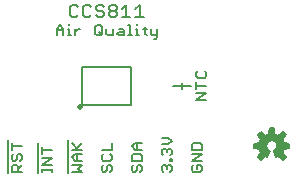
<source format=gto>
G75*
%MOIN*%
%OFA0B0*%
%FSLAX25Y25*%
%IPPOS*%
%LPD*%
%AMOC8*
5,1,8,0,0,1.08239X$1,22.5*
%
%ADD10C,0.00600*%
%ADD11C,0.00700*%
%ADD12C,0.00800*%
%ADD13C,0.00591*%
%ADD14C,0.02007*%
%ADD15C,0.00500*%
D10*
X0140433Y0101000D02*
X0140433Y0112049D01*
X0141630Y0110935D02*
X0141630Y0108666D01*
X0141630Y0109801D02*
X0145033Y0109801D01*
X0144466Y0107252D02*
X0145033Y0106685D01*
X0145033Y0105550D01*
X0144466Y0104983D01*
X0143332Y0105550D02*
X0143332Y0106685D01*
X0143899Y0107252D01*
X0144466Y0107252D01*
X0143332Y0105550D02*
X0142765Y0104983D01*
X0142198Y0104983D01*
X0141630Y0105550D01*
X0141630Y0106685D01*
X0142198Y0107252D01*
X0142198Y0103569D02*
X0141630Y0103001D01*
X0141630Y0101300D01*
X0145033Y0101300D01*
X0143899Y0101300D02*
X0143899Y0103001D01*
X0143332Y0103569D01*
X0142198Y0103569D01*
X0143899Y0102434D02*
X0145033Y0103569D01*
X0150433Y0101000D02*
X0150433Y0110822D01*
X0151630Y0109707D02*
X0151630Y0107439D01*
X0151630Y0108573D02*
X0155033Y0108573D01*
X0155033Y0106024D02*
X0151630Y0106024D01*
X0151630Y0103755D02*
X0155033Y0106024D01*
X0155033Y0103755D02*
X0151630Y0103755D01*
X0151630Y0102434D02*
X0151630Y0101300D01*
X0151630Y0101867D02*
X0155033Y0101867D01*
X0155033Y0101300D02*
X0155033Y0102434D01*
X0160433Y0101000D02*
X0160433Y0112049D01*
X0161630Y0110935D02*
X0163899Y0108666D01*
X0163332Y0109233D02*
X0165033Y0110935D01*
X0165033Y0108666D02*
X0161630Y0108666D01*
X0162765Y0107252D02*
X0165033Y0107252D01*
X0163332Y0107252D02*
X0163332Y0104983D01*
X0162765Y0104983D02*
X0161630Y0106117D01*
X0162765Y0107252D01*
X0162765Y0104983D02*
X0165033Y0104983D01*
X0165033Y0103569D02*
X0161630Y0103569D01*
X0161630Y0101300D02*
X0165033Y0101300D01*
X0163899Y0102434D01*
X0165033Y0103569D01*
X0171630Y0103001D02*
X0171630Y0101867D01*
X0172198Y0101300D01*
X0172765Y0101300D01*
X0173332Y0101867D01*
X0173332Y0103001D01*
X0173899Y0103569D01*
X0174466Y0103569D01*
X0175033Y0103001D01*
X0175033Y0101867D01*
X0174466Y0101300D01*
X0172198Y0103569D02*
X0171630Y0103001D01*
X0172198Y0104983D02*
X0171630Y0105550D01*
X0171630Y0106685D01*
X0172198Y0107252D01*
X0171630Y0108666D02*
X0175033Y0108666D01*
X0175033Y0110935D01*
X0174466Y0107252D02*
X0175033Y0106685D01*
X0175033Y0105550D01*
X0174466Y0104983D01*
X0172198Y0104983D01*
X0181630Y0104983D02*
X0181630Y0106685D01*
X0182198Y0107252D01*
X0184466Y0107252D01*
X0185033Y0106685D01*
X0185033Y0104983D01*
X0181630Y0104983D01*
X0182198Y0103569D02*
X0181630Y0103001D01*
X0181630Y0101867D01*
X0182198Y0101300D01*
X0182765Y0101300D01*
X0183332Y0101867D01*
X0183332Y0103001D01*
X0183899Y0103569D01*
X0184466Y0103569D01*
X0185033Y0103001D01*
X0185033Y0101867D01*
X0184466Y0101300D01*
X0191630Y0101867D02*
X0191630Y0103001D01*
X0192198Y0103569D01*
X0192765Y0103569D01*
X0193332Y0103001D01*
X0193899Y0103569D01*
X0194466Y0103569D01*
X0195033Y0103001D01*
X0195033Y0101867D01*
X0194466Y0101300D01*
X0193332Y0102434D02*
X0193332Y0103001D01*
X0192198Y0101300D02*
X0191630Y0101867D01*
X0194466Y0104983D02*
X0194466Y0105550D01*
X0195033Y0105550D01*
X0195033Y0104983D01*
X0194466Y0104983D01*
X0194466Y0106825D02*
X0195033Y0107392D01*
X0195033Y0108526D01*
X0194466Y0109093D01*
X0193899Y0109093D01*
X0193332Y0108526D01*
X0193332Y0107959D01*
X0193332Y0108526D02*
X0192765Y0109093D01*
X0192198Y0109093D01*
X0191630Y0108526D01*
X0191630Y0107392D01*
X0192198Y0106825D01*
X0191630Y0110508D02*
X0193899Y0110508D01*
X0195033Y0111642D01*
X0193899Y0112776D01*
X0191630Y0112776D01*
X0185033Y0110935D02*
X0182765Y0110935D01*
X0181630Y0109801D01*
X0182765Y0108666D01*
X0185033Y0108666D01*
X0183332Y0108666D02*
X0183332Y0110935D01*
X0201630Y0110368D02*
X0201630Y0108666D01*
X0205033Y0108666D01*
X0205033Y0110368D01*
X0204466Y0110935D01*
X0202198Y0110935D01*
X0201630Y0110368D01*
X0201630Y0107252D02*
X0205033Y0107252D01*
X0201630Y0104983D01*
X0205033Y0104983D01*
X0204466Y0103569D02*
X0203332Y0103569D01*
X0203332Y0102434D01*
X0204466Y0101300D02*
X0205033Y0101867D01*
X0205033Y0103001D01*
X0204466Y0103569D01*
X0202198Y0103569D02*
X0201630Y0103001D01*
X0201630Y0101867D01*
X0202198Y0101300D01*
X0204466Y0101300D01*
X0203130Y0125275D02*
X0206533Y0127544D01*
X0203130Y0127544D01*
X0203130Y0128958D02*
X0203130Y0131227D01*
X0203130Y0130093D02*
X0206533Y0130093D01*
X0205966Y0132642D02*
X0206533Y0133209D01*
X0206533Y0134343D01*
X0205966Y0134910D01*
X0203698Y0134910D02*
X0203130Y0134343D01*
X0203130Y0133209D01*
X0203698Y0132642D01*
X0205966Y0132642D01*
X0206533Y0125275D02*
X0203130Y0125275D01*
X0189647Y0145666D02*
X0189079Y0145666D01*
X0189647Y0145666D02*
X0190214Y0146233D01*
X0190214Y0149069D01*
X0187945Y0149069D02*
X0187945Y0147367D01*
X0188512Y0146800D01*
X0190214Y0146800D01*
X0186624Y0146800D02*
X0186057Y0147367D01*
X0186057Y0149636D01*
X0185490Y0149069D02*
X0186624Y0149069D01*
X0183601Y0149069D02*
X0183601Y0146800D01*
X0183034Y0146800D02*
X0184169Y0146800D01*
X0183601Y0149069D02*
X0183034Y0149069D01*
X0183601Y0150203D02*
X0183601Y0150770D01*
X0181146Y0150203D02*
X0181146Y0146800D01*
X0180579Y0146800D02*
X0181713Y0146800D01*
X0179164Y0146800D02*
X0177463Y0146800D01*
X0176896Y0147367D01*
X0177463Y0147934D01*
X0179164Y0147934D01*
X0179164Y0148501D02*
X0179164Y0146800D01*
X0179164Y0148501D02*
X0178597Y0149069D01*
X0177463Y0149069D01*
X0175481Y0149069D02*
X0175481Y0146800D01*
X0173780Y0146800D01*
X0173213Y0147367D01*
X0173213Y0149069D01*
X0171798Y0149636D02*
X0171798Y0147367D01*
X0171231Y0146800D01*
X0170097Y0146800D01*
X0169529Y0147367D01*
X0169529Y0149636D01*
X0170097Y0150203D01*
X0171231Y0150203D01*
X0171798Y0149636D01*
X0170664Y0147934D02*
X0171798Y0146800D01*
X0164478Y0149069D02*
X0163911Y0149069D01*
X0162777Y0147934D01*
X0162777Y0146800D02*
X0162777Y0149069D01*
X0160889Y0149069D02*
X0160889Y0146800D01*
X0160322Y0146800D02*
X0161456Y0146800D01*
X0160889Y0149069D02*
X0160322Y0149069D01*
X0160889Y0150203D02*
X0160889Y0150770D01*
X0158907Y0149069D02*
X0158907Y0146800D01*
X0158907Y0148501D02*
X0156638Y0148501D01*
X0156638Y0149069D02*
X0156638Y0146800D01*
X0156638Y0149069D02*
X0157773Y0150203D01*
X0158907Y0149069D01*
X0180579Y0150203D02*
X0181146Y0150203D01*
D11*
X0181259Y0152975D02*
X0178557Y0152975D01*
X0179908Y0152975D02*
X0179908Y0157028D01*
X0178557Y0155677D01*
X0176886Y0155677D02*
X0176210Y0155002D01*
X0174859Y0155002D01*
X0174183Y0155677D01*
X0174183Y0156353D01*
X0174859Y0157028D01*
X0176210Y0157028D01*
X0176886Y0156353D01*
X0176886Y0155677D01*
X0176210Y0155002D02*
X0176886Y0154326D01*
X0176886Y0153651D01*
X0176210Y0152975D01*
X0174859Y0152975D01*
X0174183Y0153651D01*
X0174183Y0154326D01*
X0174859Y0155002D01*
X0172512Y0154326D02*
X0172512Y0153651D01*
X0171836Y0152975D01*
X0170485Y0152975D01*
X0169810Y0153651D01*
X0170485Y0155002D02*
X0171836Y0155002D01*
X0172512Y0154326D01*
X0172512Y0156353D02*
X0171836Y0157028D01*
X0170485Y0157028D01*
X0169810Y0156353D01*
X0169810Y0155677D01*
X0170485Y0155002D01*
X0168138Y0156353D02*
X0167463Y0157028D01*
X0166111Y0157028D01*
X0165436Y0156353D01*
X0165436Y0153651D01*
X0166111Y0152975D01*
X0167463Y0152975D01*
X0168138Y0153651D01*
X0163764Y0153651D02*
X0163089Y0152975D01*
X0161738Y0152975D01*
X0161062Y0153651D01*
X0161062Y0156353D01*
X0161738Y0157028D01*
X0163089Y0157028D01*
X0163764Y0156353D01*
X0182931Y0155677D02*
X0184282Y0157028D01*
X0184282Y0152975D01*
X0182931Y0152975D02*
X0185633Y0152975D01*
D12*
X0195333Y0130000D02*
X0198333Y0130000D01*
X0198333Y0131000D01*
X0198333Y0130000D02*
X0198333Y0129000D01*
X0198333Y0130000D02*
X0201333Y0130000D01*
D13*
X0223680Y0113636D02*
X0224890Y0112152D01*
X0224582Y0111554D01*
X0224377Y0110913D01*
X0222472Y0110720D01*
X0222472Y0109280D01*
X0224377Y0109087D01*
X0224582Y0108446D01*
X0224890Y0107848D01*
X0223680Y0106364D01*
X0224698Y0105346D01*
X0226182Y0106557D01*
X0226779Y0106249D01*
X0227627Y0108295D01*
X0227248Y0108507D01*
X0226930Y0108801D01*
X0226689Y0109162D01*
X0226539Y0109569D01*
X0226488Y0110000D01*
X0226541Y0110439D01*
X0226696Y0110852D01*
X0226946Y0111217D01*
X0227275Y0111511D01*
X0227664Y0111720D01*
X0228092Y0111829D01*
X0228534Y0111834D01*
X0228964Y0111734D01*
X0229358Y0111534D01*
X0229694Y0111246D01*
X0229951Y0110887D01*
X0230115Y0110477D01*
X0230178Y0110040D01*
X0230135Y0109600D01*
X0229988Y0109184D01*
X0229747Y0108814D01*
X0229425Y0108512D01*
X0229040Y0108295D01*
X0229887Y0106249D01*
X0230485Y0106557D01*
X0231969Y0105346D01*
X0232987Y0106364D01*
X0231777Y0107848D01*
X0232085Y0108446D01*
X0232290Y0109087D01*
X0234195Y0109280D01*
X0234195Y0110720D01*
X0232290Y0110913D01*
X0232085Y0111554D01*
X0231777Y0112152D01*
X0232987Y0113636D01*
X0231969Y0114654D01*
X0230485Y0113443D01*
X0229887Y0113751D01*
X0229247Y0113956D01*
X0229053Y0115861D01*
X0227614Y0115861D01*
X0227420Y0113956D01*
X0226780Y0113751D01*
X0226182Y0113443D01*
X0224698Y0114654D01*
X0223680Y0113636D01*
X0223740Y0113562D02*
X0226036Y0113562D01*
X0226413Y0113562D02*
X0230254Y0113562D01*
X0230631Y0113562D02*
X0232927Y0113562D01*
X0232471Y0114152D02*
X0231354Y0114152D01*
X0232447Y0112973D02*
X0224220Y0112973D01*
X0224700Y0112384D02*
X0231966Y0112384D01*
X0231960Y0111795D02*
X0228700Y0111795D01*
X0227960Y0111795D02*
X0224707Y0111795D01*
X0224471Y0111206D02*
X0226939Y0111206D01*
X0226608Y0110617D02*
X0222472Y0110617D01*
X0222472Y0110028D02*
X0226491Y0110028D01*
X0226587Y0109439D02*
X0222472Y0109439D01*
X0224453Y0108850D02*
X0226897Y0108850D01*
X0227613Y0108261D02*
X0224678Y0108261D01*
X0224746Y0107672D02*
X0227369Y0107672D01*
X0227125Y0107083D02*
X0224266Y0107083D01*
X0223785Y0106494D02*
X0226105Y0106494D01*
X0226304Y0106494D02*
X0226881Y0106494D01*
X0225382Y0105905D02*
X0224139Y0105905D01*
X0229054Y0108261D02*
X0231989Y0108261D01*
X0231921Y0107672D02*
X0229298Y0107672D01*
X0229542Y0107083D02*
X0232401Y0107083D01*
X0232881Y0106494D02*
X0230562Y0106494D01*
X0230363Y0106494D02*
X0229786Y0106494D01*
X0231285Y0105905D02*
X0232527Y0105905D01*
X0232214Y0108850D02*
X0229771Y0108850D01*
X0230078Y0109439D02*
X0234195Y0109439D01*
X0234195Y0110028D02*
X0230177Y0110028D01*
X0230059Y0110617D02*
X0234195Y0110617D01*
X0232196Y0111206D02*
X0229722Y0111206D01*
X0229227Y0114152D02*
X0227440Y0114152D01*
X0227500Y0114741D02*
X0229167Y0114741D01*
X0229107Y0115330D02*
X0227560Y0115330D01*
X0225313Y0114152D02*
X0224196Y0114152D01*
D14*
X0164278Y0122913D03*
D15*
X0165066Y0123701D02*
X0165066Y0136299D01*
X0181601Y0136299D01*
X0181601Y0123701D01*
X0165066Y0123701D01*
M02*

</source>
